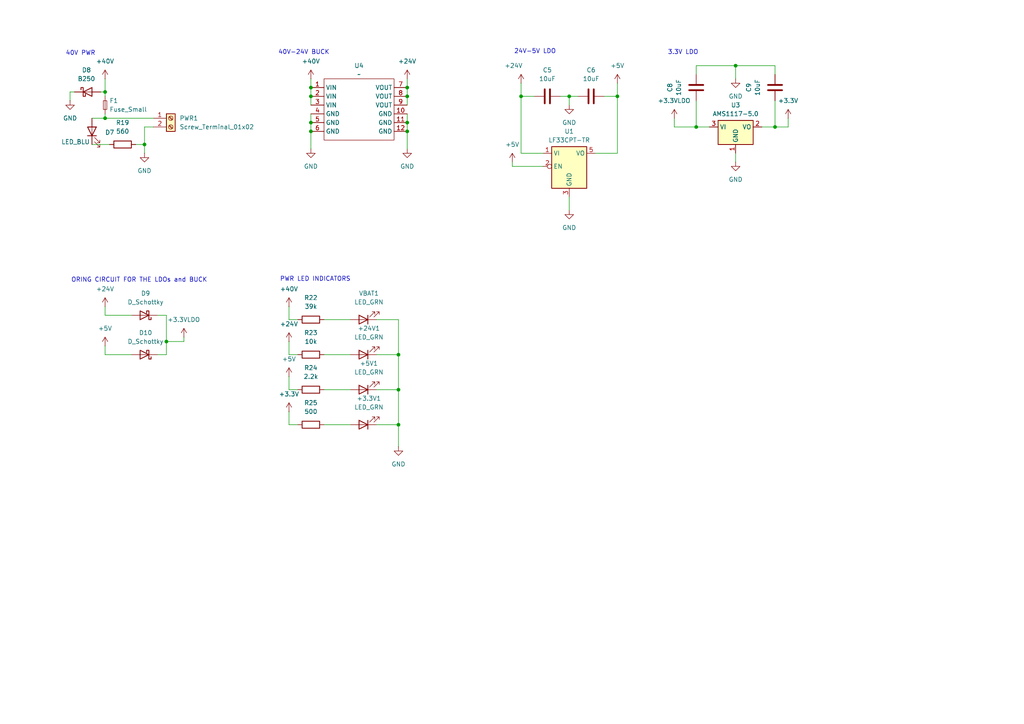
<source format=kicad_sch>
(kicad_sch (version 20231120) (generator "eeschema") (generator_version "8.0")
  (paper "A4")
  (lib_symbols
    (symbol "Connector:Screw_Terminal_01x02" (pin_names (offset 1.016) hide)
      (property "Reference" "J" (at 0 2.54 0))
      (property "Value" "Screw_Terminal_01x02" (at 0 -5.08 0))
      (symbol "Screw_Terminal_01x02_1_1"
        (rectangle (start -1.27 1.27) (end 1.27 -3.81) (stroke (width 0.254)) (fill (type background)))
        (circle (center 0 -2.54) (radius 0.635) (stroke (width 0.1524)))
        (polyline (pts (xy -0.5334 -2.2098) (xy 0.3302 -3.048)) (stroke (width 0.1524)))
        (polyline (pts (xy -0.5334 0.3302) (xy 0.3302 -0.508)) (stroke (width 0.1524)))
        (polyline (pts (xy -0.3556 -2.032) (xy 0.508 -2.8702)) (stroke (width 0.1524)))
        (polyline (pts (xy -0.3556 0.508) (xy 0.508 -0.3302)) (stroke (width 0.1524)))
        (circle (center 0 0) (radius 0.635) (stroke (width 0.1524)))
        (pin passive line (at -5.08 0 0) (length 3.81) (name "Pin_1") (number "1"))
        (pin passive line (at -5.08 -2.54 0) (length 3.81) (name "Pin_2") (number "2"))
      )
    )
    (symbol "Device:C" (pin_numbers hide) (pin_names (offset 0.254))
      (property "Reference" "C" (at 0.635 2.54 0))
      (property "Value" "C" (at 0.635 -2.54 0))
      (symbol "C_0_1"
        (polyline (pts (xy -2.032 -0.762) (xy 2.032 -0.762)) (stroke (width 0.508)))
        (polyline (pts (xy -2.032 0.762) (xy 2.032 0.762)) (stroke (width 0.508)))
      )
      (symbol "C_1_1"
        (pin passive line (at 0 3.81 270) (length 2.794) (name "~") (number "1"))
        (pin passive line (at 0 -3.81 90) (length 2.794) (name "~") (number "2"))
      )
    )
    (symbol "Device:D_Schottky" (pin_numbers hide) (pin_names (offset 1.016) hide)
      (property "Reference" "D" (at 0 2.54 0))
      (property "Value" "D_Schottky" (at 0 -2.54 0))
      (symbol "D_Schottky_0_1"
        (polyline (pts (xy 1.27 0) (xy -1.27 0)))
        (polyline (pts (xy 1.27 1.27) (xy 1.27 -1.27) (xy -1.27 0) (xy 1.27 1.27)) (stroke (width 0.254)))
        (polyline (pts (xy -1.905 0.635) (xy -1.905 1.27) (xy -1.27 1.27) (xy -1.27 -1.27) (xy -0.635 -1.27) (xy -0.635 -0.635)) (stroke (width 0.254)))
      )
      (symbol "D_Schottky_1_1"
        (pin passive line (at -3.81 0 0) (length 2.54) (name "K") (number "1"))
        (pin passive line (at 3.81 0 180) (length 2.54) (name "A") (number "2"))
      )
    )
    (symbol "Device:Fuse_Small" (pin_numbers hide) (pin_names (offset 0.254) hide)
      (property "Reference" "F" (at 0 -1.524 0))
      (property "Value" "Fuse_Small" (at 0 1.524 0))
      (symbol "Fuse_Small_0_1"
        (rectangle (start -1.27 0.508) (end 1.27 -0.508))
        (polyline (pts (xy -1.27 0) (xy 1.27 0)))
      )
      (symbol "Fuse_Small_1_1"
        (pin passive line (at -2.54 0 0) (length 1.27) (name "~") (number "1"))
        (pin passive line (at 2.54 0 180) (length 1.27) (name "~") (number "2"))
      )
    )
    (symbol "Device:LED" (pin_numbers hide) (pin_names (offset 1.016) hide)
      (property "Reference" "D" (at 0 2.54 0))
      (property "Value" "LED" (at 0 -2.54 0))
      (symbol "LED_0_1"
        (polyline (pts (xy -1.27 -1.27) (xy -1.27 1.27)) (stroke (width 0.254)))
        (polyline (pts (xy -1.27 0) (xy 1.27 0)))
        (polyline (pts (xy 1.27 -1.27) (xy 1.27 1.27) (xy -1.27 0) (xy 1.27 -1.27)) (stroke (width 0.254)))
        (polyline (pts (xy -3.048 -0.762) (xy -4.572 -2.286) (xy -3.81 -2.286) (xy -4.572 -2.286) (xy -4.572 -1.524)))
        (polyline (pts (xy -1.778 -0.762) (xy -3.302 -2.286) (xy -2.54 -2.286) (xy -3.302 -2.286) (xy -3.302 -1.524)))
      )
      (symbol "LED_1_1"
        (pin passive line (at -3.81 0 0) (length 2.54) (name "K") (number "1"))
        (pin passive line (at 3.81 0 180) (length 2.54) (name "A") (number "2"))
      )
    )
    (symbol "Device:R" (pin_numbers hide) (pin_names (offset 0))
      (property "Reference" "R" (at 2.032 0 90))
      (property "Value" "R" (at 0 0 90))
      (symbol "R_0_1"
        (rectangle (start -1.016 -2.54) (end 1.016 2.54) (stroke (width 0.254)))
      )
      (symbol "R_1_1"
        (pin passive line (at 0 3.81 270) (length 1.27) (name "~") (number "1"))
        (pin passive line (at 0 -3.81 90) (length 1.27) (name "~") (number "2"))
      )
    )
    (symbol "Diode:B250" (pin_numbers hide) (pin_names (offset 1.016) hide)
      (property "Reference" "D" (at 0 2.54 0))
      (property "Value" "B250" (at 0 -2.54 0))
      (symbol "B250_0_1"
        (polyline (pts (xy 1.27 0) (xy -1.27 0)))
        (polyline (pts (xy 1.27 1.27) (xy 1.27 -1.27) (xy -1.27 0) (xy 1.27 1.27)) (stroke (width 0.254)))
        (polyline (pts (xy -1.905 0.635) (xy -1.905 1.27) (xy -1.27 1.27) (xy -1.27 -1.27) (xy -0.635 -1.27) (xy -0.635 -0.635)) (stroke (width 0.254)))
      )
      (symbol "B250_1_1"
        (pin passive line (at -3.81 0 0) (length 2.54) (name "K") (number "1"))
        (pin passive line (at 3.81 0 180) (length 2.54) (name "A") (number "2"))
      )
    )
    (symbol "Regulator_Linear:AMS1117-5.0"
      (property "Reference" "U" (at -3.81 3.175 0))
      (property "Value" "AMS1117-5.0" (at 0 3.175 0))
      (symbol "AMS1117-5.0_0_1"
        (rectangle (start -5.08 -5.08) (end 5.08 1.905) (stroke (width 0.254)) (fill (type background)))
      )
      (symbol "AMS1117-5.0_1_1"
        (pin power_in line (at 0 -7.62 90) (length 2.54) (name "GND") (number "1"))
        (pin power_out line (at 7.62 0 180) (length 2.54) (name "VO") (number "2"))
        (pin power_in line (at -7.62 0 0) (length 2.54) (name "VI") (number "3"))
      )
    )
    (symbol "SJSU_common:40V-24V_BUCK"
      (property "Reference" "U" (at 0 0 0))
      (symbol "40V-24V_BUCK_0_1"
        (rectangle (start 0 -2.54) (end 20.32 -20.32))
      )
      (symbol "40V-24V_BUCK_1_1"
        (pin passive line (at -3.81 -5.08 0) (length 3.81) (name "VIN") (number "1"))
        (pin passive line (at 24.13 -12.7 180) (length 3.81) (name "GND") (number "10"))
        (pin passive line (at 24.13 -15.24 180) (length 3.81) (name "GND") (number "11"))
        (pin passive line (at 24.13 -17.78 180) (length 3.81) (name "GND") (number "12"))
        (pin passive line (at -3.81 -7.62 0) (length 3.81) (name "VIN") (number "2"))
        (pin passive line (at -3.81 -10.16 0) (length 3.81) (name "VIN") (number "3"))
        (pin passive line (at -3.81 -12.7 0) (length 3.81) (name "GND") (number "4"))
        (pin passive line (at -3.81 -15.24 0) (length 3.81) (name "GND") (number "5"))
        (pin passive line (at -3.81 -17.78 0) (length 3.81) (name "GND") (number "6"))
        (pin passive line (at 24.13 -5.08 180) (length 3.81) (name "VOUT") (number "7"))
        (pin passive line (at 24.13 -7.62 180) (length 3.81) (name "VOUT") (number "8"))
        (pin passive line (at 24.13 -10.16 180) (length 3.81) (name "VOUT") (number "9"))
      )
    )
    (symbol "SJSU_common:LF33CPT-TR"
      (property "Reference" "U" (at -4.572 0 0))
      (property "Value" "LF33CPT-TR" (at 5.334 0 0))
      (symbol "LF33CPT-TR_0_1"
        (rectangle (start -5.08 -1.905) (end 5.08 -13.97) (stroke (width 0.254)) (fill (type background)))
      )
      (symbol "LF33CPT-TR_1_1"
        (pin power_in line (at -7.62 -3.81 0) (length 2.54) (name "VI") (number "1"))
        (pin input inverted (at -7.62 -7.62 0) (length 2.54) (name "EN") (number "2"))
        (pin power_in line (at 0 -16.51 90) (length 2.54) (name "GND") (number "3"))
        (pin power_out line (at 7.62 -3.81 180) (length 2.54) (name "VO") (number "5"))
      )
    )
    (symbol "power:+24V" (power) (pin_numbers hide) (pin_names (offset 0) hide)
      (property "Value" "+24V" (at 0 3.556 0))
      (symbol "+24V_0_1"
        (polyline (pts (xy -0.762 1.27) (xy 0 2.54)))
        (polyline (pts (xy 0 0) (xy 0 2.54)))
        (polyline (pts (xy 0 2.54) (xy 0.762 1.27)))
      )
      (symbol "+24V_1_1"
        (pin power_in line (at 0 0 90) (length 0) (name "~") (number "1"))
      )
    )
    (symbol "power:+3.3V" (power) (pin_numbers hide) (pin_names (offset 0) hide)
      (property "Value" "+3.3V" (at 0 3.556 0))
      (symbol "+3.3V_0_1"
        (polyline (pts (xy -0.762 1.27) (xy 0 2.54)))
        (polyline (pts (xy 0 0) (xy 0 2.54)))
        (polyline (pts (xy 0 2.54) (xy 0.762 1.27)))
      )
      (symbol "+3.3V_1_1"
        (pin power_in line (at 0 0 90) (length 0) (name "~") (number "1"))
      )
    )
    (symbol "power:+5V" (power) (pin_numbers hide) (pin_names (offset 0) hide)
      (property "Value" "+5V" (at 0 3.556 0))
      (symbol "+5V_0_1"
        (polyline (pts (xy -0.762 1.27) (xy 0 2.54)))
        (polyline (pts (xy 0 0) (xy 0 2.54)))
        (polyline (pts (xy 0 2.54) (xy 0.762 1.27)))
      )
      (symbol "+5V_1_1"
        (pin power_in line (at 0 0 90) (length 0) (name "~") (number "1"))
      )
    )
    (symbol "power:GND" (power) (pin_numbers hide) (pin_names (offset 0) hide)
      (property "Value" "GND" (at 0 -3.81 0))
      (symbol "GND_0_1"
        (polyline (pts (xy 0 0) (xy 0 -1.27) (xy 1.27 -1.27) (xy 0 -2.54) (xy -1.27 -1.27) (xy 0 -1.27)))
      )
      (symbol "GND_1_1"
        (pin power_in line (at 0 0 270) (length 0) (name "~") (number "1"))
      )
    )
  )
  (junction (at 90.17 27.94))
  (junction (at 151.13 27.94))
  (junction (at 90.17 38.1))
  (junction (at 224.79 36.83))
  (junction (at 118.11 35.56))
  (junction (at 115.57 123.19))
  (junction (at 30.48 26.67))
  (junction (at 201.93 36.83))
  (junction (at 165.1 27.94))
  (junction (at 48.26 99.06))
  (junction (at 90.17 35.56))
  (junction (at 179.07 27.94))
  (junction (at 213.36 19.05))
  (junction (at 118.11 38.1))
  (junction (at 118.11 25.4))
  (junction (at 118.11 27.94))
  (junction (at 115.57 113.03))
  (junction (at 115.57 102.87))
  (junction (at 90.17 25.4))
  (junction (at 30.48 34.29))
  (junction (at 41.91 41.91))
  (wire (pts (xy 20.32 26.67) (xy 20.32 29.21)))
  (wire (pts (xy 213.36 19.05) (xy 224.79 19.05)))
  (wire (pts (xy 118.11 38.1) (xy 118.11 43.18)))
  (wire (pts (xy 148.59 48.26) (xy 148.59 46.99)))
  (wire (pts (xy 179.07 27.94) (xy 179.07 44.45)))
  (wire (pts (xy 41.91 41.91) (xy 41.91 44.45)))
  (wire (pts (xy 151.13 24.13) (xy 151.13 27.94)))
  (wire (pts (xy 162.56 27.94) (xy 165.1 27.94)))
  (wire (pts (xy 213.36 22.86) (xy 213.36 19.05)))
  (wire (pts (xy 48.26 91.44) (xy 48.26 99.06)))
  (wire (pts (xy 118.11 33.02) (xy 118.11 35.56)))
  (wire (pts (xy 224.79 36.83) (xy 224.79 29.21)))
  (wire (pts (xy 90.17 38.1) (xy 90.17 43.18)))
  (wire (pts (xy 83.82 109.22) (xy 83.82 113.03)))
  (wire (pts (xy 90.17 27.94) (xy 90.17 30.48)))
  (wire (pts (xy 93.98 123.19) (xy 101.6 123.19)))
  (wire (pts (xy 115.57 113.03) (xy 115.57 123.19)))
  (wire (pts (xy 30.48 26.67) (xy 30.48 27.94)))
  (wire (pts (xy 30.48 102.87) (xy 30.48 100.33)))
  (wire (pts (xy 109.22 123.19) (xy 115.57 123.19)))
  (wire (pts (xy 30.48 91.44) (xy 38.1 91.44)))
  (wire (pts (xy 201.93 19.05) (xy 201.93 21.59)))
  (wire (pts (xy 93.98 92.71) (xy 101.6 92.71)))
  (wire (pts (xy 53.34 99.06) (xy 53.34 97.79)))
  (wire (pts (xy 90.17 22.86) (xy 90.17 25.4)))
  (wire (pts (xy 165.1 27.94) (xy 165.1 30.48)))
  (wire (pts (xy 21.59 26.67) (xy 20.32 26.67)))
  (wire (pts (xy 224.79 21.59) (xy 224.79 19.05)))
  (wire (pts (xy 83.82 99.06) (xy 83.82 102.87)))
  (wire (pts (xy 118.11 27.94) (xy 118.11 30.48)))
  (wire (pts (xy 44.45 36.83) (xy 41.91 36.83)))
  (wire (pts (xy 44.45 34.29) (xy 30.48 34.29)))
  (wire (pts (xy 39.37 41.91) (xy 41.91 41.91)))
  (wire (pts (xy 157.48 48.26) (xy 148.59 48.26)))
  (wire (pts (xy 30.48 22.86) (xy 30.48 26.67)))
  (wire (pts (xy 118.11 35.56) (xy 118.11 38.1)))
  (wire (pts (xy 26.67 34.29) (xy 30.48 34.29)))
  (wire (pts (xy 213.36 44.45) (xy 213.36 46.99)))
  (wire (pts (xy 45.72 91.44) (xy 48.26 91.44)))
  (wire (pts (xy 48.26 102.87) (xy 45.72 102.87)))
  (wire (pts (xy 165.1 57.15) (xy 165.1 60.96)))
  (wire (pts (xy 83.82 88.9) (xy 83.82 92.71)))
  (wire (pts (xy 151.13 27.94) (xy 151.13 44.45)))
  (wire (pts (xy 83.82 119.38) (xy 83.82 123.19)))
  (wire (pts (xy 179.07 24.13) (xy 179.07 27.94)))
  (wire (pts (xy 83.82 92.71) (xy 86.36 92.71)))
  (wire (pts (xy 90.17 35.56) (xy 90.17 38.1)))
  (wire (pts (xy 115.57 123.19) (xy 115.57 129.54)))
  (wire (pts (xy 151.13 44.45) (xy 157.48 44.45)))
  (wire (pts (xy 90.17 33.02) (xy 90.17 35.56)))
  (wire (pts (xy 175.26 27.94) (xy 179.07 27.94)))
  (wire (pts (xy 26.67 41.91) (xy 31.75 41.91)))
  (wire (pts (xy 109.22 113.03) (xy 115.57 113.03)))
  (wire (pts (xy 201.93 19.05) (xy 213.36 19.05)))
  (wire (pts (xy 201.93 36.83) (xy 205.74 36.83)))
  (wire (pts (xy 48.26 99.06) (xy 48.26 102.87)))
  (wire (pts (xy 93.98 102.87) (xy 101.6 102.87)))
  (wire (pts (xy 38.1 102.87) (xy 30.48 102.87)))
  (wire (pts (xy 83.82 113.03) (xy 86.36 113.03)))
  (wire (pts (xy 118.11 25.4) (xy 118.11 27.94)))
  (wire (pts (xy 165.1 27.94) (xy 167.64 27.94)))
  (wire (pts (xy 30.48 34.29) (xy 30.48 33.02)))
  (wire (pts (xy 115.57 92.71) (xy 115.57 102.87)))
  (wire (pts (xy 224.79 36.83) (xy 228.6 36.83)))
  (wire (pts (xy 201.93 36.83) (xy 195.58 36.83)))
  (wire (pts (xy 179.07 44.45) (xy 172.72 44.45)))
  (wire (pts (xy 109.22 92.71) (xy 115.57 92.71)))
  (wire (pts (xy 41.91 36.83) (xy 41.91 41.91)))
  (wire (pts (xy 195.58 36.83) (xy 195.58 34.29)))
  (wire (pts (xy 83.82 123.19) (xy 86.36 123.19)))
  (wire (pts (xy 118.11 22.86) (xy 118.11 25.4)))
  (wire (pts (xy 220.98 36.83) (xy 224.79 36.83)))
  (wire (pts (xy 228.6 36.83) (xy 228.6 34.29)))
  (wire (pts (xy 201.93 29.21) (xy 201.93 36.83)))
  (wire (pts (xy 90.17 25.4) (xy 90.17 27.94)))
  (wire (pts (xy 48.26 99.06) (xy 53.34 99.06)))
  (wire (pts (xy 109.22 102.87) (xy 115.57 102.87)))
  (wire (pts (xy 93.98 113.03) (xy 101.6 113.03)))
  (wire (pts (xy 30.48 88.9) (xy 30.48 91.44)))
  (wire (pts (xy 115.57 102.87) (xy 115.57 113.03)))
  (wire (pts (xy 83.82 102.87) (xy 86.36 102.87)))
  (wire (pts (xy 29.21 26.67) (xy 30.48 26.67)))
  (wire (pts (xy 151.13 27.94) (xy 154.94 27.94)))
  (text "24V-5V LDO\n" (at 155.194 14.986 0) (effects (font (size 1.27 1.27))))
  (text "3.3V LDO\n" (at 198.12 15.24 0) (effects (font (size 1.27 1.27))))
  (text "POWER checklist:\nDONE\n" (at 26.416 -3.556 0) (effects (font (size 1.27 1.27))))
  (text "40V-24V BUCK\n" (at 88.138 15.24 0) (effects (font (size 1.27 1.27))))
  (text "ORING CIRCUIT FOR THE LDOs and BUCK\n" (at 40.386 81.28 0) (effects (font (size 1.27 1.27))))
  (text "40V PWR\n" (at 23.368 15.494 0) (effects (font (size 1.27 1.27))))
  (text "PWR LED INDICATORS\n" (at 91.44 81.026 0) (effects (font (size 1.27 1.27))))
  (symbol (lib_id "Diode:B250") (at 25.4 26.67 0) (unit 1)
    (property "Reference" "D8" (at 25.0825 20.32 0))
    (property "Value" "B250" (at 25.0825 22.86 0))
    (property "Footprint" "Diode_SMD:D_SMB" (effects (hide yes)))
    (property "Datasheet" "http://www.jameco.com/Jameco/Products/ProdDS/1538777.pdf" (effects (hide yes)))
    (property "Description" "50V 2A Schottky Barrier Rectifier Diode, SMB" (effects (hide yes)))
  )
  (symbol (lib_id "power:+24V") (at 30.48 88.9 0) (unit 1)
    (property "Reference" "#PWR070" (effects (hide yes)))
    (property "Value" "+24V" (at 30.48 83.82 0))
    (property "Description" "Power symbol creates a global label with name \"+24V\"" (effects (hide yes)))
  )
  (symbol (lib_id "SJSU_common:LF33CPT-TR") (at 165.1 40.64 0) (unit 1)
    (property "Reference" "U1" (at 165.1 38.1 0))
    (property "Value" "LF33CPT-TR" (at 165.1 40.64 0))
    (property "Footprint" "SJSU_common:TO-252AD" (effects (hide yes)))
    (property "Datasheet" "https://www.st.com/content/ccc/resource/technical/document/datasheet/c4/0e/7e/2a/be/bc/4c/bd/CD00000546.pdf/files/CD00000546.pdf/jcr:content/translations/en.CD00000546.pdf" (effects (hide yes)))
    (property "Description" "IC REG LINEAR 3.3V 500MA PPAK" (effects (hide yes)))
  )
  (symbol (lib_id "power:+24V") (at 83.82 99.06 0) (unit 1)
    (property "Reference" "#PWR086" (effects (hide yes)))
    (property "Value" "+24V" (at 83.82 93.98 0))
    (property "Description" "Power symbol creates a global label with name \"+24V\"" (effects (hide yes)))
  )
  (symbol (lib_id "Connector:Screw_Terminal_01x02") (at 49.53 34.29 0) (unit 1)
    (property "Reference" "PWR1" (at 52.07 34.2899 0) (effects (justify left)))
    (property "Value" "Screw_Terminal_01x02" (at 52.07 36.8299 0) (effects (justify left)))
    (property "Footprint" "TerminalBlock:TerminalBlock_Xinya_XY308-2.54-2P_1x02_P2.54mm_Horizontal" (effects (hide yes)))
    (property "Description" "Generic screw terminal, single row, 01x02, script generated (kicad-library-utils/schlib/autogen/connector/)" (effects (hide yes)))
  )
  (symbol (lib_id "power:+24V") (at 90.17 22.86 0) (unit 1)
    (property "Reference" "#PWR025" (effects (hide yes)))
    (property "Value" "+40V" (at 90.17 17.78 0))
    (property "Description" "Power symbol creates a global label with name \"+24V\"" (effects (hide yes)))
  )
  (symbol (lib_id "power:+5V") (at 30.48 100.33 0) (unit 1)
    (property "Reference" "#PWR071" (effects (hide yes)))
    (property "Value" "+5V" (at 30.48 95.25 0))
    (property "Description" "Power symbol creates a global label with name \"+5V\"" (effects (hide yes)))
  )
  (symbol (lib_id "power:+3.3V") (at 53.34 97.79 0) (unit 1)
    (property "Reference" "#PWR069" (effects (hide yes)))
    (property "Value" "+3.3VLDO" (at 48.514 92.71 0) (effects (justify left)))
    (property "Description" "Power symbol creates a global label with name \"+3.3V\"" (effects (hide yes)))
  )
  (symbol (lib_id "Device:D_Schottky") (at 41.91 102.87 180) (unit 1)
    (property "Reference" "D10" (at 42.2275 96.52 0))
    (property "Value" "D_Schottky" (at 42.2275 99.06 0))
    (property "Footprint" "Diode_SMD:D_SMA" (effects (hide yes)))
    (property "Description" "Schottky diode" (effects (hide yes)))
  )
  (symbol (lib_id "Device:LED") (at 26.67 38.1 90) (unit 1)
    (property "Reference" "D7" (at 30.48 38.4174 90) (effects (justify right)))
    (property "Value" "LED_BLU" (at 17.78 41.148 90) (effects (justify right)))
    (property "Footprint" "LED_SMD:LED_0201_0603Metric" (effects (hide yes)))
    (property "Description" "Light emitting diode" (effects (hide yes)))
  )
  (symbol (lib_id "power:+24V") (at 83.82 88.9 0) (unit 1)
    (property "Reference" "#PWR085" (effects (hide yes)))
    (property "Value" "+40V" (at 83.82 83.82 0))
    (property "Description" "Power symbol creates a global label with name \"+24V\"" (effects (hide yes)))
  )
  (symbol (lib_id "power:+3.3V") (at 83.82 119.38 0) (unit 1)
    (property "Reference" "#PWR088" (effects (hide yes)))
    (property "Value" "+3.3V" (at 83.82 114.3 0))
    (property "Description" "Power symbol creates a global label with name \"+3.3V\"" (effects (hide yes)))
  )
  (symbol (lib_id "power:+3.3V") (at 179.07 24.13 0) (unit 1)
    (property "Reference" "#PWR064" (effects (hide yes)))
    (property "Value" "+5V" (at 179.07 19.05 0))
    (property "Description" "Power symbol creates a global label with name \"+3.3V\"" (effects (hide yes)))
  )
  (symbol (lib_id "power:+5V") (at 148.59 46.99 0) (unit 1)
    (property "Reference" "#PWR098" (effects (hide yes)))
    (property "Value" "+5V" (at 148.59 41.91 0))
    (property "Description" "Power symbol creates a global label with name \"+5V\"" (effects (hide yes)))
  )
  (symbol (lib_id "power:+24V") (at 118.11 22.86 0) (unit 1)
    (property "Reference" "#PWR0102" (effects (hide yes)))
    (property "Value" "+24V" (at 118.11 17.78 0))
    (property "Description" "Power symbol creates a global label with name \"+24V\"" (effects (hide yes)))
  )
  (symbol (lib_id "power:GND") (at 90.17 43.18 0) (unit 1)
    (property "Reference" "#PWR0103" (effects (hide yes)))
    (property "Value" "GND" (at 90.17 48.26 0))
    (property "Description" "Power symbol creates a global label with name \"GND\" , ground" (effects (hide yes)))
  )
  (symbol (lib_id "power:GND") (at 165.1 60.96 0) (unit 1)
    (property "Reference" "#PWR062" (effects (hide yes)))
    (property "Value" "GND" (at 165.1 66.04 0))
    (property "Description" "Power symbol creates a global label with name \"GND\" , ground" (effects (hide yes)))
  )
  (symbol (lib_id "Device:C") (at 201.93 25.4 180) (unit 1)
    (property "Reference" "C8" (at 194.31 25.4 90))
    (property "Value" "10uF" (at 196.85 25.4 90))
    (property "Footprint" "Capacitor_SMD:C_0201_0603Metric" (effects (hide yes)))
    (property "Description" "Unpolarized capacitor" (effects (hide yes)))
  )
  (symbol (lib_id "power:+3.3V") (at 228.6 34.29 0) (unit 1)
    (property "Reference" "#PWR097" (effects (hide yes)))
    (property "Value" "+3.3V" (at 228.6 29.21 0))
    (property "Description" "Power symbol creates a global label with name \"+3.3V\"" (effects (hide yes)))
  )
  (symbol (lib_id "Device:R") (at 90.17 102.87 270) (unit 1)
    (property "Reference" "R23" (at 90.17 96.52 90))
    (property "Value" "10k" (at 90.17 99.06 90))
    (property "Footprint" "Resistor_SMD:R_0201_0603Metric" (effects (hide yes)))
    (property "Description" "Resistor" (effects (hide yes)))
  )
  (symbol (lib_id "Device:R") (at 35.56 41.91 270) (unit 1)
    (property "Reference" "R19" (at 35.56 35.56 90))
    (property "Value" "560" (at 35.56 38.1 90))
    (property "Footprint" "Resistor_SMD:R_0201_0603Metric" (effects (hide yes)))
    (property "Description" "Resistor" (effects (hide yes)))
  )
  (symbol (lib_id "Device:LED") (at 105.41 123.19 180) (unit 1)
    (property "Reference" "+3.3V1" (at 106.9975 115.57 0))
    (property "Value" "LED_GRN" (at 106.9975 118.11 0))
    (property "Footprint" "LED_SMD:LED_0805_2012Metric" (effects (hide yes)))
    (property "Description" "Light emitting diode" (effects (hide yes)))
  )
  (symbol (lib_id "Regulator_Linear:AMS1117-5.0") (at 213.36 36.83 0) (unit 1)
    (property "Reference" "U3" (at 213.36 30.48 0))
    (property "Value" "AMS1117-5.0" (at 213.36 33.02 0))
    (property "Footprint" "Package_TO_SOT_SMD:SOT-223-3_TabPin2" (effects (hide yes)))
    (property "Datasheet" "http://www.advanced-monolithic.com/pdf/ds1117.pdf" (effects (hide yes)))
    (property "Description" "1A Low Dropout regulator, positive, 5.0V fixed output, SOT-223" (effects (hide yes)))
  )
  (symbol (lib_id "power:+5V") (at 83.82 109.22 0) (unit 1)
    (property "Reference" "#PWR087" (effects (hide yes)))
    (property "Value" "+5V" (at 83.82 104.14 0))
    (property "Description" "Power symbol creates a global label with name \"+5V\"" (effects (hide yes)))
  )
  (symbol (lib_id "power:+3.3V") (at 151.13 24.13 0) (unit 1)
    (property "Reference" "#PWR063" (effects (hide yes)))
    (property "Value" "+24V" (at 146.304 19.05 0) (effects (justify left)))
    (property "Description" "Power symbol creates a global label with name \"+3.3V\"" (effects (hide yes)))
  )
  (symbol (lib_id "power:GND") (at 213.36 22.86 0) (unit 1)
    (property "Reference" "#PWR095" (effects (hide yes)))
    (property "Value" "GND" (at 213.36 27.94 0))
    (property "Description" "Power symbol creates a global label with name \"GND\" , ground" (effects (hide yes)))
  )
  (symbol (lib_id "Device:Fuse_Small") (at 30.48 30.48 270) (unit 1)
    (property "Reference" "F1" (at 31.75 29.2099 90) (effects (justify left)))
    (property "Value" "Fuse_Small" (at 31.75 31.7499 90) (effects (justify left)))
    (property "Footprint" "Fuse:Fuseholder_Littelfuse_Nano2_154x" (effects (hide yes)))
    (property "Description" "Fuse, small symbol" (effects (hide yes)))
  )
  (symbol (lib_id "power:GND") (at 41.91 44.45 0) (unit 1)
    (property "Reference" "#PWR061" (effects (hide yes)))
    (property "Value" "GND" (at 41.91 49.53 0))
    (property "Description" "Power symbol creates a global label with name \"GND\" , ground" (effects (hide yes)))
  )
  (symbol (lib_id "Device:LED") (at 105.41 102.87 180) (unit 1)
    (property "Reference" "+24V1" (at 106.9975 95.25 0))
    (property "Value" "LED_GRN" (at 106.9975 97.79 0))
    (property "Footprint" "LED_SMD:LED_0805_2012Metric" (effects (hide yes)))
    (property "Description" "Light emitting diode" (effects (hide yes)))
  )
  (symbol (lib_id "SJSU_common:40V-24V_BUCK") (at 93.98 20.32 0) (unit 1)
    (property "Reference" "U4" (at 104.14 19.05 0))
    (property "Value" "~" (at 104.14 21.59 0))
    (property "Footprint" "SJSU_common:40V-24V BUCK" (effects (hide yes)))
  )
  (symbol (lib_id "power:GND") (at 115.57 129.54 0) (unit 1)
    (property "Reference" "#PWR084" (effects (hide yes)))
    (property "Value" "GND" (at 115.57 134.62 0))
    (property "Description" "Power symbol creates a global label with name \"GND\" , ground" (effects (hide yes)))
  )
  (symbol (lib_id "power:GND") (at 165.1 30.48 0) (unit 1)
    (property "Reference" "#PWR067" (effects (hide yes)))
    (property "Value" "GND" (at 165.1 35.56 0))
    (property "Description" "Power symbol creates a global label with name \"GND\" , ground" (effects (hide yes)))
  )
  (symbol (lib_id "Device:C") (at 158.75 27.94 90) (unit 1)
    (property "Reference" "C5" (at 158.75 20.32 90))
    (property "Value" "10uF" (at 158.75 22.86 90))
    (property "Footprint" "Capacitor_SMD:C_0201_0603Metric" (effects (hide yes)))
    (property "Description" "Unpolarized capacitor" (effects (hide yes)))
  )
  (symbol (lib_id "power:+3.3V") (at 195.58 34.29 0) (unit 1)
    (property "Reference" "#PWR096" (effects (hide yes)))
    (property "Value" "+3.3VLDO" (at 190.754 29.21 0) (effects (justify left)))
    (property "Description" "Power symbol creates a global label with name \"+3.3V\"" (effects (hide yes)))
  )
  (symbol (lib_id "power:GND") (at 118.11 43.18 0) (unit 1)
    (property "Reference" "#PWR0104" (effects (hide yes)))
    (property "Value" "GND" (at 118.11 48.26 0))
    (property "Description" "Power symbol creates a global label with name \"GND\" , ground" (effects (hide yes)))
  )
  (symbol (lib_id "power:GND") (at 213.36 46.99 0) (unit 1)
    (property "Reference" "#PWR094" (effects (hide yes)))
    (property "Value" "GND" (at 213.36 52.07 0))
    (property "Description" "Power symbol creates a global label with name \"GND\" , ground" (effects (hide yes)))
  )
  (symbol (lib_id "Device:C") (at 224.79 25.4 180) (unit 1)
    (property "Reference" "C9" (at 217.17 25.4 90))
    (property "Value" "10uF" (at 219.71 25.4 90))
    (property "Footprint" "Capacitor_SMD:C_0201_0603Metric" (effects (hide yes)))
    (property "Description" "Unpolarized capacitor" (effects (hide yes)))
  )
  (symbol (lib_id "power:+24V") (at 30.48 22.86 0) (unit 1)
    (property "Reference" "#PWR013" (effects (hide yes)))
    (property "Value" "+40V" (at 30.48 17.78 0))
    (property "Description" "Power symbol creates a global label with name \"+24V\"" (effects (hide yes)))
  )
  (symbol (lib_id "Device:LED") (at 105.41 92.71 180) (unit 1)
    (property "Reference" "VBAT1" (at 106.9975 85.09 0))
    (property "Value" "LED_GRN" (at 106.9975 87.63 0))
    (property "Footprint" "LED_SMD:LED_0805_2012Metric" (effects (hide yes)))
    (property "Description" "Light emitting diode" (effects (hide yes)))
  )
  (symbol (lib_id "Device:C") (at 171.45 27.94 90) (unit 1)
    (property "Reference" "C6" (at 171.45 20.32 90))
    (property "Value" "10uF" (at 171.45 22.86 90))
    (property "Footprint" "Capacitor_SMD:C_0201_0603Metric" (effects (hide yes)))
    (property "Description" "Unpolarized capacitor" (effects (hide yes)))
  )
  (symbol (lib_id "Device:LED") (at 105.41 113.03 180) (unit 1)
    (property "Reference" "+5V1" (at 106.9975 105.41 0))
    (property "Value" "LED_GRN" (at 106.9975 107.95 0))
    (property "Footprint" "LED_SMD:LED_0805_2012Metric" (effects (hide yes)))
    (property "Description" "Light emitting diode" (effects (hide yes)))
  )
  (symbol (lib_id "Device:R") (at 90.17 92.71 270) (unit 1)
    (property "Reference" "R22" (at 90.17 86.36 90))
    (property "Value" "39k" (at 90.17 88.9 90))
    (property "Footprint" "Resistor_SMD:R_0201_0603Metric" (effects (hide yes)))
    (property "Description" "Resistor" (effects (hide yes)))
  )
  (symbol (lib_id "Device:R") (at 90.17 123.19 270) (unit 1)
    (property "Reference" "R25" (at 90.17 116.84 90))
    (property "Value" "500" (at 90.17 119.38 90))
    (property "Footprint" "Resistor_SMD:R_0201_0603Metric" (effects (hide yes)))
    (property "Description" "Resistor" (effects (hide yes)))
  )
  (symbol (lib_id "Device:R") (at 90.17 113.03 270) (unit 1)
    (property "Reference" "R24" (at 90.17 106.68 90))
    (property "Value" "2.2k" (at 90.17 109.22 90))
    (property "Footprint" "Resistor_SMD:R_0201_0603Metric" (effects (hide yes)))
    (property "Description" "Resistor" (effects (hide yes)))
  )
  (symbol (lib_id "power:GND") (at 20.32 29.21 0) (unit 1)
    (property "Reference" "#PWR068" (effects (hide yes)))
    (property "Value" "GND" (at 20.32 34.29 0))
    (property "Description" "Power symbol creates a global label with name \"GND\" , ground" (effects (hide yes)))
  )
  (symbol (lib_id "Device:D_Schottky") (at 41.91 91.44 180) (unit 1)
    (property "Reference" "D9" (at 42.2275 85.09 0))
    (property "Value" "D_Schottky" (at 42.2275 87.63 0))
    (property "Footprint" "Diode_SMD:D_SMA" (effects (hide yes)))
    (property "Description" "Schottky diode" (effects (hide yes)))
  )
)
</source>
